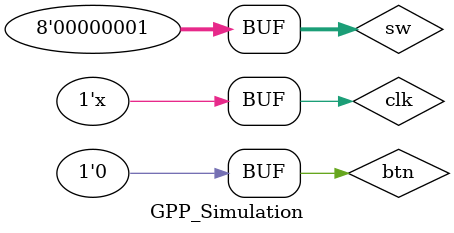
<source format=v>
`timescale 1ns / 1ps


module GPP_Simulation(

    );
    reg [7:0] sw;
    reg clk,btn;
    wire [10:0] led;
    GPP_circuit uut(
        .sw(sw),
        .clk(clk),
        .btn(btn),
        .led(led)
        );
        initial 
            begin
                sw = 0;
                clk = 0;
                btn = 0;
            end
        always clk = #10 ~clk;
        initial begin
            sw = 8'h01;
            #100
            btn = 1'h1;
            #50
            btn = 1'h0;
            #100
            btn = 1'h1;
            #50
            btn = 1'h0;
            #100
            btn = 1'h1;
            #50
            btn = 1'h0;
           end 
        
        
    
endmodule

</source>
